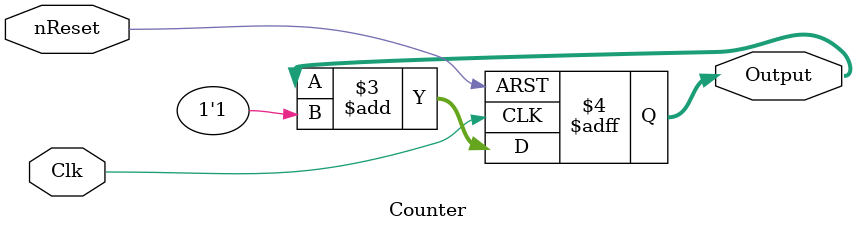
<source format=v>


module Counter #(
 parameter n = 8
)(
 input nReset, 
 input Clk, 

 output reg [n-1:0]Output
);
//------------------------------------------------------------------------------
 
 always @(negedge nReset, negedge Clk) begin
  if(!nReset) Output <= 0;
  else        Output <= Output + 1'b1;
 end
endmodule
//------------------------------------------------------------------------------


</source>
